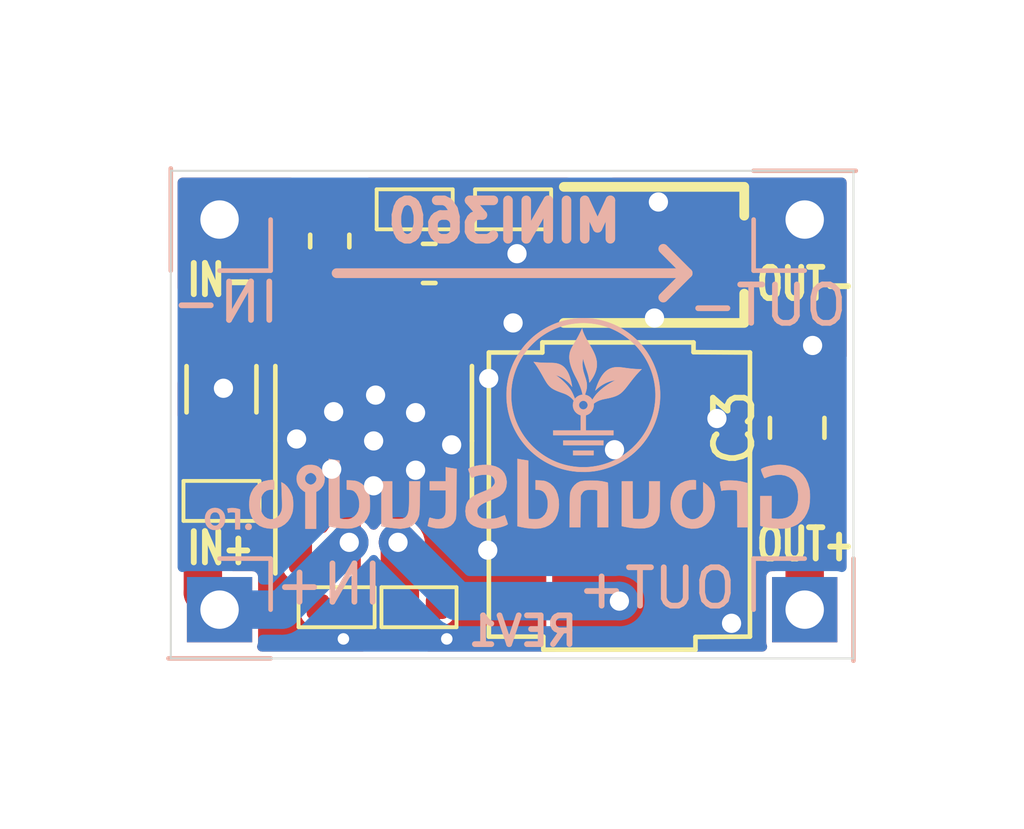
<source format=kicad_pcb>
(kicad_pcb (version 20211014) (generator pcbnew)
  (layers (0 "F.Cu" signal) (31 "B.Cu" signal) (34 "B.Paste" user) (35 "F.Paste" user) (36 "B.SilkS" user "B.Silkscreen") (37 "F.SilkS" user "F.Silkscreen") (38 "B.Mask" user) (39 "F.Mask" user) (44 "Edge.Cuts" user))
  (net 0 "")
  (net 1 "Net-(C1-Pad2)")
  (net 2 "Net-(C1-Pad1)")
  (net 3 "Net-(C2-Pad1)")
  (net 4 "GND")
  (net 5 "VOUT")
  (net 6 "VCC")
  (net 7 "Net-(C5-Pad1)")
  (net 8 "Net-(R2-Pad2)")
  (net 9 "Net-(R3-Pad1)")
  (net 10 "Net-(R4-Pad2)")
  (net 11 "SW")
  (footprint "GS_Local:MCS_0603" (layer "F.Cu") (at 96.012 80.0862 -90)
    (fp_text reference "L1")
    (fp_text value "10uH")
    (pad "1" smd roundrect locked (at -2.775 0 270) (size 1.85 3.5) (layers "F.Cu" "F.Paste" "F.Mask") (roundrect_rratio 0.1) (net 5 "VOUT"))
    (pad "2" smd roundrect locked (at 2.775 0 270) (size 1.85 3.5) (layers "F.Cu" "F.Paste" "F.Mask") (roundrect_rratio 0.1) (net 11 "SW"))
  )
  (footprint "GS_Local:35WR" (layer "F.Cu") (at 96.8502 73.8378 -90)
    (fp_text reference "RV1")
    (fp_text value "200K_POT")
    (pad "1" smd rect locked (at -1 1.6 270) (size 1.2 1.2) (layers "F.Cu" "F.Paste" "F.Mask") (net 8 "Net-(R2-Pad2)"))
    (pad "2" smd rect locked (at 0 -1.65 270) (size 1.6 1.5) (layers "F.Cu" "F.Paste" "F.Mask") (net 5 "VOUT"))
    (pad "3" smd rect locked (at 1 1.6 270) (size 1.2 1.2) (layers "F.Cu" "F.Paste" "F.Mask") (net 5 "VOUT"))
  )
  (footprint "GS_Local:SOIC-8-1EP_3.9x4.9mm_P1.27mm_EP2.514x3.2mm" (layer "F.Cu") (at 89.6112 78.6892 90)
    (fp_text reference "U1")
    (fp_text value "AX3484ESA")
    (pad "1" smd roundrect locked (at -2.6375 -1.905 90) (size 1.625 0.6) (layers "F.Cu" "F.Paste" "F.Mask") (net 10 "Net-(R4-Pad2)"))
    (pad "2" smd roundrect locked (at -2.6375 -0.635 90) (size 1.625 0.6) (layers "F.Cu" "F.Paste" "F.Mask") (net 6 "VCC"))
    (pad "3" smd roundrect locked (at -2.6375 0.635 90) (size 1.625 0.6) (layers "F.Cu" "F.Paste" "F.Mask") (net 11 "SW"))
    (pad "4" smd roundrect locked (at -2.6375 1.905 90) (size 1.625 0.6) (layers "F.Cu" "F.Paste" "F.Mask") (net 4 "GND"))
    (pad "5" smd roundrect locked (at 2.6375 1.905 90) (size 1.625 0.6) (layers "F.Cu" "F.Paste" "F.Mask") (net 8 "Net-(R2-Pad2)"))
    (pad "6" smd roundrect locked (at 2.6375 0.635 90) (size 1.625 0.6) (layers "F.Cu" "F.Paste" "F.Mask") (net 2 "Net-(C1-Pad1)"))
    (pad "7" smd roundrect locked (at 2.6375 -0.635 90) (size 1.625 0.6) (layers "F.Cu" "F.Paste" "F.Mask") (net 9 "Net-(R3-Pad1)"))
    (pad "8" smd roundrect locked (at 2.6375 -1.905 90) (size 1.625 0.6) (layers "F.Cu" "F.Paste" "F.Mask") (net 7 "Net-(C5-Pad1)"))
    (pad "9" smd rect locked (at 0 0 90) (size 2.514 3.2) (layers "F.Cu" "F.Mask") (net 4 "GND"))
  )
  (footprint "GS_Local:C_1206_3216Metric" (layer "F.Cu") (at 85.6488 77.343 90)
    (fp_text reference "C4")
    (fp_text value "10uF")
    (pad "1" smd roundrect locked (at -1.4 0 90) (size 1.25 1.75) (layers "F.Cu" "F.Paste" "F.Mask") (roundrect_rratio 0.2) (net 6 "VCC"))
    (pad "2" smd roundrect locked (at 1.4 0 90) (size 1.25 1.75) (layers "F.Cu" "F.Paste" "F.Mask") (roundrect_rratio 0.2) (net 4 "GND"))
  )
  (footprint "GS_Local:R_0402_1005Metric" (layer "F.Cu") (at 90.6804 72.644 180)
    (fp_text reference "R1")
    (fp_text value "2.2K")
    (pad "1" smd roundrect locked (at -0.485 0 180) (size 0.59 0.64) (layers "F.Cu" "F.Paste" "F.Mask") (net 1 "Net-(C1-Pad2)"))
    (pad "2" smd roundrect locked (at 0.485 0 180) (size 0.59 0.64) (layers "F.Cu" "F.Paste" "F.Mask") (net 4 "GND"))
  )
  (footprint "GS_Local:R_0402_1005Metric" (layer "F.Cu") (at 85.6488 80.2386 180)
    (fp_text reference "R3")
    (fp_text value "100K")
    (pad "1" smd roundrect locked (at -0.485 0 180) (size 0.59 0.64) (layers "F.Cu" "F.Paste" "F.Mask") (net 9 "Net-(R3-Pad1)"))
    (pad "2" smd roundrect locked (at 0.485 0 180) (size 0.59 0.64) (layers "F.Cu" "F.Paste" "F.Mask") (net 6 "VCC"))
  )
  (footprint "GS_Local:C_0402_1005Metric" (layer "F.Cu") (at 90.7796 83.0072 180)
    (fp_text reference "C2")
    (fp_text value "10nF")
    (pad "1" smd roundrect locked (at -0.485 0 180) (size 0.59 0.64) (layers "F.Cu" "F.Paste" "F.Mask") (net 3 "Net-(C2-Pad1)"))
    (pad "2" smd roundrect locked (at 0.485 0 180) (size 0.59 0.64) (layers "F.Cu" "F.Paste" "F.Mask") (net 11 "SW"))
  )
  (footprint "GS_Local:R_0402_1005Metric" (layer "F.Cu") (at 88.646 83.0072 180)
    (fp_text reference "R4")
    (fp_text value "100")
    (pad "1" smd roundrect locked (at -0.485 0 180) (size 0.59 0.64) (layers "F.Cu" "F.Paste" "F.Mask") (net 3 "Net-(C2-Pad1)"))
    (pad "2" smd roundrect locked (at 0.485 0 180) (size 0.59 0.64) (layers "F.Cu" "F.Paste" "F.Mask") (net 10 "Net-(R4-Pad2)"))
  )
  (footprint "GS_Local:R_0402_1005Metric" (layer "F.Cu") (at 93.2434 72.6694)
    (fp_text reference "R2")
    (fp_text value "10K")
    (pad "1" smd roundrect locked (at -0.485 0) (size 0.59 0.64) (layers "F.Cu" "F.Paste" "F.Mask") (net 4 "GND"))
    (pad "2" smd roundrect locked (at 0.485 0) (size 0.59 0.64) (layers "F.Cu" "F.Paste" "F.Mask") (net 8 "Net-(R2-Pad2)"))
  )
  (footprint "GS_Local:C_0603_1608Metric" (layer "F.Cu") (at 91.059 74.0664)
    (fp_text reference "C1")
    (fp_text value "3.9nF")
    (pad "1" smd roundrect locked (at -0.7875 0) (size 0.875 0.95) (layers "F.Cu" "F.Paste" "F.Mask") (net 2 "Net-(C1-Pad1)"))
    (pad "2" smd roundrect locked (at 0.7875 0) (size 0.875 0.95) (layers "F.Cu" "F.Paste" "F.Mask") (net 1 "Net-(C1-Pad2)"))
  )
  (footprint "GS_Local:C_0603_1608Metric" (layer "F.Cu") (at 88.4682 73.4822 90)
    (fp_text reference "C5")
    (fp_text value "100 nF")
    (pad "1" smd roundrect locked (at -0.7875 0 90) (size 0.875 0.95) (layers "F.Cu" "F.Paste" "F.Mask") (net 7 "Net-(C5-Pad1)"))
    (pad "2" smd roundrect locked (at 0.7875 0 90) (size 0.875 0.95) (layers "F.Cu" "F.Paste" "F.Mask") (net 4 "GND"))
  )
  (footprint "GS_Local:Fiducial_0.75mm_Mask1.5mm" (layer "F.Cu") (at 87.0458 74.4474)
    (fp_text reference "FID1")
    (fp_text value "Fiducial")
    (pad "" smd circle locked (at 0 0) (size 0.75 0.75) (layers "F.Cu" "F.Mask") (clearance 0.375))
  )
  (footprint "GS_Local:Fiducial_0.75mm_Mask1.5mm" (layer "F.Cu") (at 98.6028 80.8736)
    (fp_text reference "FID2")
    (fp_text value "Fiducial")
    (pad "" smd circle locked (at 0 0) (size 0.75 0.75) (layers "F.Cu" "F.Mask") (clearance 0.375))
  )
  (footprint "GS_Local:C_0805_2012Metric" (layer "F.Cu") (at 100.64242 78.34884 90)
    (fp_text reference "C3" (at 0 -1.65 90) (layer "F.SilkS"))
    (fp_text value "22uF")
    (pad "1" smd roundrect locked (at -0.9375 0 90) (size 0.975 1.4) (layers "F.Cu" "F.Paste" "F.Mask") (net 5 "VOUT"))
    (pad "2" smd roundrect locked (at 0.9375 0 90) (size 0.975 1.4) (layers "F.Cu" "F.Paste" "F.Mask") (net 4 "GND"))
  )
  (footprint "GS_Local:PinHeader_1x01_P2.54mm_Vertical_Male" (layer "B.Cu") (at 85.598 83.0834 180)
    (fp_text reference "J1")
    (fp_text value "Conn_01x01")
    (pad "1" thru_hole rect locked (at 0 0 180) (size 1.7 1.7) (drill 1) (layers *.Cu *.Mask) (net 6 "VCC"))
  )
  (footprint "GS_Local:PinHeader_1x01_P2.54mm_Vertical_Male" (layer "B.Cu") (at 100.838 83.0834 -90)
    (fp_text reference "J3")
    (fp_text value "Conn_01x01")
    (pad "1" thru_hole rect locked (at 0 0 270) (size 1.7 1.7) (drill 1) (layers *.Cu *.Mask) (net 5 "VOUT"))
  )
  (footprint "GS_Local:PinHeader_1x01_P2.54mm_Vertical_Male" (layer "B.Cu") (at 85.598 72.9234 90)
    (fp_text reference "J4")
    (fp_text value "Conn_01x01")
    (pad "1" thru_hole rect locked (at 0 0 90) (size 1.7 1.7) (drill 1) (layers *.Cu *.Mask) (net 4 "GND"))
  )
  (footprint "GS_Local:PinHeader_1x01_P2.54mm_Vertical_Male" (layer "B.Cu") (at 100.838 72.9234)
    (fp_text reference "J2")
    (fp_text value "Conn_01x01")
    (pad "1" thru_hole rect locked (at 0 0) (size 1.7 1.7) (drill 1) (layers *.Cu *.Mask) (net 4 "GND"))
  )
  (footprint "GS_Branding:GS_GroundStudio_14.6x1.8" (layer "B.Cu") (at 93.6752 80.0608 180)
    (fp_text reference "G***" hide)
    (fp_text value "LOGO" hide)
  )
  (footprint "GS_Branding:GS_.ro_1.2x0.6" (layer "B.Cu") (at 85.8266 80.7212 180)
    (fp_text reference "G***" hide)
    (fp_text value "LOGO" hide)
  )
  (footprint "GS_Branding:GS_Logo2_4x4" (layer "B.Cu") (at 95.0722 77.4954 180)
    (fp_text reference "G***" hide)
    (fp_text value "LOGO" hide)
  )
  (gr_line (start 88.646 74.3204) (end 97.79 74.3204) (layer "B.SilkS") (width 0.254))
  (gr_line (start 97.79 74.3204) (end 97.155 74.9554) (layer "B.SilkS") (width 0.254))
  (gr_line (start 97.79 74.3204) (end 97.155 73.6854) (layer "B.SilkS") (width 0.254))
  (gr_line (start 84.328 84.3534) (end 84.328 71.6534) (layer "Edge.Cuts") (width 0.05))
  (gr_line (start 102.108 71.6534) (end 102.108 84.3534) (layer "Edge.Cuts") (width 0.05))
  (gr_line (start 102.108 84.3534) (end 84.328 84.3534) (layer "Edge.Cuts") (width 0.05))
  (gr_line (start 84.328 71.6534) (end 102.108 71.6534) (layer "Edge.Cuts") (width 0.05))
  (gr_text "IN-" (at 85.7504 75.0824) (layer "B.SilkS") (effects (font (size 1 1)) (justify mirror)))
  (gr_text "MINI360" (at 93.0148 72.9742) (layer "B.SilkS") (effects (font (size 1 1) (thickness 0.25)) (justify mirror)))
  (gr_text "OUT-" (at 99.8728 75.1586) (layer "B.SilkS") (effects (font (size 1 1)) (justify mirror)))
  (gr_text "OUT+" (at 96.9772 82.5246) (layer "B.SilkS") (effects (font (size 1 1)) (justify mirror)))
  (gr_text "IN+\n" (at 88.4428 82.423) (layer "B.SilkS") (effects (font (size 1 1)) (justify mirror)))
  (gr_text "REV1" (at 93.4974 83.6422) (layer "B.SilkS") (effects (font (size 0.75 0.75)) (justify mirror)))
  (gr_text "IN-" (at 85.6234 74.4982) (layer "F.SilkS") (effects (font (size 0.8128 0.6096) (thickness 0.1524))))
  (gr_text "OUT+" (at 100.8634 81.3816) (layer "F.SilkS") (effects (font (size 0.8128 0.6096) (thickness 0.1524))))
  (gr_text "IN+" (at 85.6234 81.4832) (layer "F.SilkS") (effects (font (size 0.8128 0.6096) (thickness 0.1524))))
  (gr_text "OUT-" (at 100.8634 74.5998) (layer "F.SilkS") (effects (font (size 0.8128 0.6096) (thickness 0.1524))))
  (segment (start 91.8465 73.3251) (end 91.8465 74.0664) (width 0.1524) (layer "F.Cu") (net 1))
  (segment (start 91.1654 72.644) (end 91.8465 73.3251) (width 0.1524) (layer "F.Cu") (net 1))
  (segment (start 90.2715 74.0664) (end 90.2715 76.0264) (width 0.1524) (layer "F.Cu") (net 2))
  (segment (start 90.2715 76.0264) (end 90.2462 76.0517) (width 0.1524) (layer "F.Cu") (net 2))
  (segment (start 91.2646 83.3272) (end 90.85599 83.73581) (width 0.1524) (layer "F.Cu") (net 3))
  (segment (start 89.50161 83.73581) (end 89.131 83.3652) (width 0.1524) (layer "F.Cu") (net 3))
  (segment (start 91.2646 83.0072) (end 91.2646 83.3272) (width 0.1524) (layer "F.Cu") (net 3))
  (segment (start 90.85599 83.73581) (end 89.50161 83.73581) (width 0.1524) (layer "F.Cu") (net 3))
  (segment (start 89.131 83.3652) (end 89.131 83.0072) (width 0.1524) (layer "F.Cu") (net 3))
  (segment (start 92.7584 73.2258) (end 93.345 73.8124) (width 1) (layer "F.Cu") (net 4))
  (segment (start 92.7584 72.6694) (end 92.7584 73.2258) (width 1) (layer "F.Cu") (net 4))
  (via (at 87.6046 78.6384) (size 1) (drill 0.5) (layers "F.Cu" "B.Cu") (net 4))
  (via (at 89.662 77.4954) (size 1) (drill 0.5) (layers "F.Cu" "B.Cu") (net 4))
  (via (at 91.6432 78.7908) (size 1) (drill 0.5) (layers "F.Cu" "B.Cu") (net 4))
  (via (at 89.6112 79.8576) (size 1) (drill 0.5) (layers "F.Cu" "B.Cu") (net 4))
  (via (at 91.5162 83.8454) (size 0.6) (drill 0.3) (layers "F.Cu" "B.Cu") (net 4))
  (via (at 92.583 81.534) (size 1) (drill 0.5) (layers "F.Cu" "B.Cu") (net 4))
  (via (at 95.885 78.9178) (size 1) (drill 0.5) (layers "F.Cu" "B.Cu") (net 4))
  (via (at 93.2434 75.6158) (size 1) (drill 0.5) (layers "F.Cu" "B.Cu") (net 4))
  (via (at 96.9264 75.4888) (size 1) (drill 0.5) (layers "F.Cu" "B.Cu") (net 4))
  (via (at 88.519 79.4258) (size 1) (drill 0.5) (layers "F.Cu" "B.Cu") (net 4))
  (via (at 90.7034 77.9526) (size 1) (drill 0.5) (layers "F.Cu" "B.Cu") (net 4))
  (via (at 98.933 83.439) (size 1) (drill 0.5) (layers "F.Cu" "B.Cu") (net 4))
  (via (at 88.5698 77.9272) (size 1) (drill 0.5) (layers "F.Cu" "B.Cu") (net 4))
  (via (at 89.6112 78.6892) (size 1) (drill 0.5) (layers "F.Cu" "B.Cu") (net 4))
  (via (at 93.345 73.8124) (size 1) (drill 0.5) (layers "F.Cu" "B.Cu") (net 4))
  (via (at 92.6084 77.0636) (size 1) (drill 0.5) (layers "F.Cu" "B.Cu") (net 4))
  (via (at 88.8238 83.8454) (size 0.6) (drill 0.3) (layers "F.Cu" "B.Cu") (net 4))
  (via (at 98.552 78.105) (size 1) (drill 0.5) (layers "F.Cu" "B.Cu") (net 4))
  (via (at 101.04374 76.20254) (size 1) (drill 0.5) (layers "F.Cu" "B.Cu") (net 4))
  (via (at 85.6996 77.3176) (size 1) (drill 0.5) (layers "F.Cu" "B.Cu") (net 4))
  (via (at 97.028 72.4662) (size 1) (drill 0.5) (layers "F.Cu" "B.Cu") (net 4))
  (via (at 90.7034 79.4512) (size 1) (drill 0.5) (layers "F.Cu" "B.Cu") (net 4))
  (segment (start 95.7502 74.8378) (end 95.2502 74.8378) (width 1) (layer "F.Cu") (net 5))
  (segment (start 100.838 79.3018) (end 98.0026 79.3018) (width 1) (layer "F.Cu") (net 5))
  (segment (start 96.7502 73.8378) (end 95.7502 74.8378) (width 1) (layer "F.Cu") (net 5))
  (segment (start 95.2502 74.8378) (end 95.2502 76.5494) (width 1) (layer "F.Cu") (net 5))
  (segment (start 100.838 79.3018) (end 100.838 83.0834) (width 1) (layer "F.Cu") (net 5))
  (segment (start 95.2502 76.5494) (end 96.012 77.3112) (width 1) (layer "F.Cu") (net 5))
  (segment (start 98.0026 79.3018) (end 96.012 77.3112) (width 1) (layer "F.Cu") (net 5))
  (segment (start 98.5002 73.8378) (end 96.7502 73.8378) (width 1) (layer "F.Cu") (net 5))
  (segment (start 85.1638 79.228) (end 85.1638 80.2386) (width 1) (layer "F.Cu") (net 6))
  (segment (start 85.6488 78.743) (end 85.1638 79.228) (width 1) (layer "F.Cu") (net 6))
  (segment (start 85.598 83.0834) (end 85.1638 82.6492) (width 1) (layer "F.Cu") (net 6))
  (segment (start 85.1638 82.6492) (end 85.1638 80.2386) (width 1) (layer "F.Cu") (net 6))
  (via (at 88.9762 81.3308) (size 1) (drill 0.5) (layers "F.Cu" "B.Cu") (net 6))
  (segment (start 85.598 83.0834) (end 87.2236 83.0834) (width 1) (layer "B.Cu") (net 6))
  (segment (start 87.2236 83.0834) (end 88.9762 81.3308) (width 1) (layer "B.Cu") (net 6))
  (segment (start 87.7062 75.7428) (end 88.4682 74.9808) (width 0.1524) (layer "F.Cu") (net 7))
  (segment (start 88.4682 74.9808) (end 88.4682 74.2697) (width 0.1524) (layer "F.Cu") (net 7))
  (segment (start 87.7062 76.0517) (end 87.7062 75.7428) (width 0.1524) (layer "F.Cu") (net 7))
  (segment (start 95.2502 72.93761) (end 95.2502 72.8378) (width 0.1524) (layer "F.Cu") (net 8))
  (segment (start 93.7284 72.6694) (end 95.0818 72.6694) (width 0.1524) (layer "F.Cu") (net 8))
  (segment (start 93.300611 74.887199) (end 95.2502 72.93761) (width 0.1524) (layer "F.Cu") (net 8))
  (segment (start 95.666 72.6694) (end 95.682 72.6854) (width 0.1524) (layer "F.Cu") (net 8))
  (segment (start 91.7153 76.0517) (end 92.879801 74.887199) (width 0.1524) (layer "F.Cu") (net 8))
  (segment (start 92.879801 74.887199) (end 93.300611 74.887199) (width 0.1524) (layer "F.Cu") (net 8))
  (segment (start 95.0818 72.6694) (end 95.2502 72.8378) (width 0.1524) (layer "F.Cu") (net 8))
  (segment (start 91.5162 76.0517) (end 91.7153 76.0517) (width 0.1524) (layer "F.Cu") (net 8))
  (segment (start 86.8426 79.5298) (end 86.8426 77.851) (width 0.1524) (layer "F.Cu") (net 9))
  (segment (start 88.9762 76.8642) (end 88.9762 76.0517) (width 0.1524) (layer "F.Cu") (net 9))
  (segment (start 88.6752 77.1652) (end 88.9762 76.8642) (width 0.1524) (layer "F.Cu") (net 9))
  (segment (start 86.8426 77.851) (end 87.5284 77.1652) (width 0.1524) (layer "F.Cu") (net 9))
  (segment (start 86.1338 80.2386) (end 86.8426 79.5298) (width 0.1524) (layer "F.Cu") (net 9))
  (segment (start 87.5284 77.1652) (end 88.6752 77.1652) (width 0.1524) (layer "F.Cu") (net 9))
  (segment (start 87.7062 82.5524) (end 88.161 83.0072) (width 0.1524) (layer "F.Cu") (net 10))
  (segment (start 87.7062 81.3267) (end 87.7062 82.5524) (width 0.1524) (layer "F.Cu") (net 10))
  (segment (start 90.2946 83.0072) (end 90.2946 81.3792) (width 1) (layer "F.Cu") (net 11))
  (segment (start 90.2946 81.3792) (end 90.2462 81.3308) (width 1) (layer "F.Cu") (net 11))
  (via (at 90.2462 81.3308) (size 1) (drill 0.5) (layers "F.Cu" "B.Cu") (net 11))
  (via (at 96.012 82.861204) (size 1) (drill 0.5) (layers "F.Cu" "B.Cu") (net 11))
  (segment (start 96.005596 82.8548) (end 96.012 82.861204) (width 1) (layer "B.Cu") (net 11))
  (segment (start 96.012 82.861204) (end 91.780704 82.861204) (width 1) (layer "B.Cu") (net 11))
  (segment (start 91.780704 82.861204) (end 91.1901 82.2706) (width 1) (layer "B.Cu") (net 11))
  (segment (start 90.2462 81.3267) (end 91.1901 82.2706) (width 1) (layer "B.Cu") (net 11))
  (zone (net 4) (net_name "GND") (layer "F.Cu") (connect_pads (clearance 0.1524)) (min_thickness 0.254) (fill yes (thermal_gap 0.508) (thermal_bridge_width 0.508))
    (polygon (pts (xy 102.2096 76.2254) (xy 102.1334 84.3534) (xy 84.3534 84.328) (xy 84.2391 76.00315) (xy 84.2264 71.5518) (xy 102.2096 71.5518)))
  )
  (zone (net 4) (net_name "GND") (layer "B.Cu") (connect_pads (clearance 0.1524)) (min_thickness 0.254) (fill yes (thermal_gap 0.508) (thermal_bridge_width 0.508))
    (polygon (pts (xy 102.2096 76.213622) (xy 102.1334 84.341622) (xy 84.3534 84.316222) (xy 84.2391 75.991372) (xy 84.2264 71.540022) (xy 102.2096 71.540022)))
  )
)
</source>
